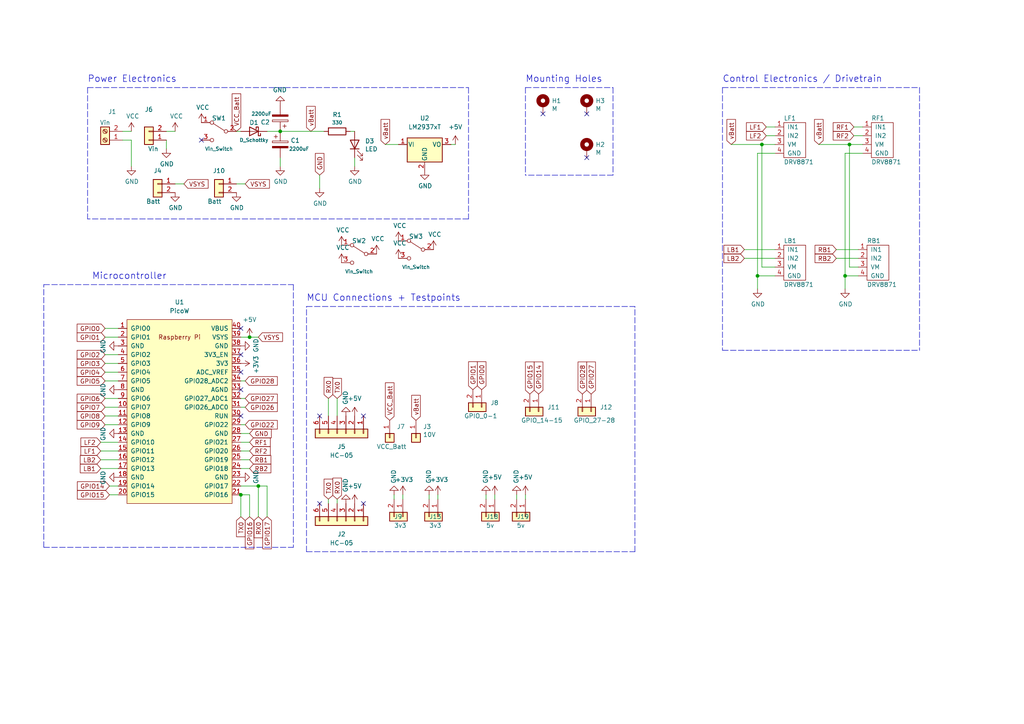
<source format=kicad_sch>
(kicad_sch (version 20211123) (generator eeschema)
  (paper "A4")
  (title_block (title "SDP23_Team5_Coaster") (date "2022-11-22") (rev "v1.0") (company "Qat") (comment 1 "Omar Areiqat") (comment 2 "Referenced from M5 Terrain Buggy"))
  (lib_symbols
    (symbol "Buggy_Components:Adafruit_DRV8871_Breakout" (pin_names (offset 1.016))
      (property "Reference" "A" (at -3.81 6.35 0))
      (property "Value" "Adafruit_DRV8871_Breakout" (at 0 -6.35 0))
      (symbol "Adafruit_DRV8871_Breakout_0_1"
        (rectangle (start -3.81 5.08) (end 2.54 -5.08))
      )
      (symbol "Adafruit_DRV8871_Breakout_1_1"
        (pin input line (at -6.35 3.81 0) (length 2.54) (name "IN1") (number "1"))
        (pin input line (at -6.35 1.27 0) (length 2.54) (name "IN2") (number "2"))
        (pin power_in line (at -6.35 -1.27 0) (length 2.54) (name "VM") (number "3"))
        (pin power_in line (at -6.35 -3.81 0) (length 2.54) (name "GND") (number "4"))
      )
    )
    (symbol "Connector:Screw_Terminal_01x02" (pin_names (offset 1.016) hide)
      (property "Reference" "J" (at 0 2.54 0))
      (property "Value" "Screw_Terminal_01x02" (at 0 -5.08 0))
      (symbol "Screw_Terminal_01x02_1_1"
        (rectangle (start -1.27 1.27) (end 1.27 -3.81) (stroke (width 0.254)) (fill (type background)))
        (circle (center 0 -2.54) (radius 0.635) (stroke (width 0.1524)))
        (polyline (pts (xy -0.5334 -2.2098) (xy 0.3302 -3.048)) (stroke (width 0.1524)))
        (polyline (pts (xy -0.5334 0.3302) (xy 0.3302 -0.508)) (stroke (width 0.1524)))
        (polyline (pts (xy -0.3556 -2.032) (xy 0.508 -2.8702)) (stroke (width 0.1524)))
        (polyline (pts (xy -0.3556 0.508) (xy 0.508 -0.3302)) (stroke (width 0.1524)))
        (circle (center 0 0) (radius 0.635) (stroke (width 0.1524)))
        (pin passive line (at -5.08 0 0) (length 3.81) (name "Pin_1") (number "1"))
        (pin passive line (at -5.08 -2.54 0) (length 3.81) (name "Pin_2") (number "2"))
      )
    )
    (symbol "Connector_Generic:Conn_01x01" (pin_names (offset 1.016) hide)
      (property "Reference" "J" (at 0 2.54 0))
      (property "Value" "Conn_01x01" (at 0 -2.54 0))
      (symbol "Conn_01x01_1_1"
        (rectangle (start -1.27 0.127) (end 0 -0.127) (stroke (width 0.1524)))
        (rectangle (start -1.27 1.27) (end 1.27 -1.27) (stroke (width 0.254)) (fill (type background)))
        (pin passive line (at -5.08 0 0) (length 3.81) (name "Pin_1") (number "1"))
      )
    )
    (symbol "Connector_Generic:Conn_01x02" (pin_names (offset 1.016) hide)
      (property "Reference" "J" (at 0 2.54 0))
      (property "Value" "Conn_01x02" (at 0 -5.08 0))
      (symbol "Conn_01x02_1_1"
        (rectangle (start -1.27 -2.413) (end 0 -2.667) (stroke (width 0.1524)))
        (rectangle (start -1.27 0.127) (end 0 -0.127) (stroke (width 0.1524)))
        (rectangle (start -1.27 1.27) (end 1.27 -3.81) (stroke (width 0.254)) (fill (type background)))
        (pin passive line (at -5.08 0 0) (length 3.81) (name "Pin_1") (number "1"))
        (pin passive line (at -5.08 -2.54 0) (length 3.81) (name "Pin_2") (number "2"))
      )
    )
    (symbol "Connector_Generic:Conn_01x06" (pin_names (offset 1.016) hide)
      (property "Reference" "J" (at 0 7.62 0))
      (property "Value" "Conn_01x06" (at 0 -10.16 0))
      (symbol "Conn_01x06_1_1"
        (rectangle (start -1.27 -7.493) (end 0 -7.747) (stroke (width 0.1524)))
        (rectangle (start -1.27 -4.953) (end 0 -5.207) (stroke (width 0.1524)))
        (rectangle (start -1.27 -2.413) (end 0 -2.667) (stroke (width 0.1524)))
        (rectangle (start -1.27 0.127) (end 0 -0.127) (stroke (width 0.1524)))
        (rectangle (start -1.27 2.667) (end 0 2.413) (stroke (width 0.1524)))
        (rectangle (start -1.27 5.207) (end 0 4.953) (stroke (width 0.1524)))
        (rectangle (start -1.27 6.35) (end 1.27 -8.89) (stroke (width 0.254)) (fill (type background)))
        (pin passive line (at -5.08 5.08 0) (length 3.81) (name "Pin_1") (number "1"))
        (pin passive line (at -5.08 2.54 0) (length 3.81) (name "Pin_2") (number "2"))
        (pin passive line (at -5.08 0 0) (length 3.81) (name "Pin_3") (number "3"))
        (pin passive line (at -5.08 -2.54 0) (length 3.81) (name "Pin_4") (number "4"))
        (pin passive line (at -5.08 -5.08 0) (length 3.81) (name "Pin_5") (number "5"))
        (pin passive line (at -5.08 -7.62 0) (length 3.81) (name "Pin_6") (number "6"))
      )
    )
    (symbol "Device:D_Schottky" (pin_numbers hide) (pin_names (offset 1.016) hide)
      (property "Reference" "D" (at 0 2.54 0))
      (property "Value" "D_Schottky" (at 0 -2.54 0))
      (symbol "D_Schottky_0_1"
        (polyline (pts (xy 1.27 0) (xy -1.27 0)))
        (polyline (pts (xy 1.27 1.27) (xy 1.27 -1.27) (xy -1.27 0) (xy 1.27 1.27)) (stroke (width 0.254)))
        (polyline (pts (xy -1.905 0.635) (xy -1.905 1.27) (xy -1.27 1.27) (xy -1.27 -1.27) (xy -0.635 -1.27) (xy -0.635 -0.635)) (stroke (width 0.254)))
      )
      (symbol "D_Schottky_1_1"
        (pin passive line (at -3.81 0 0) (length 2.54) (name "K") (number "1"))
        (pin passive line (at 3.81 0 180) (length 2.54) (name "A") (number "2"))
      )
    )
    (symbol "Device:LED" (pin_numbers hide) (pin_names (offset 1.016) hide)
      (property "Reference" "D" (at 0 2.54 0))
      (property "Value" "LED" (at 0 -2.54 0))
      (symbol "LED_0_1"
        (polyline (pts (xy -1.27 -1.27) (xy -1.27 1.27)) (stroke (width 0.254)))
        (polyline (pts (xy -1.27 0) (xy 1.27 0)))
        (polyline (pts (xy 1.27 -1.27) (xy 1.27 1.27) (xy -1.27 0) (xy 1.27 -1.27)) (stroke (width 0.254)))
        (polyline (pts (xy -3.048 -0.762) (xy -4.572 -2.286) (xy -3.81 -2.286) (xy -4.572 -2.286) (xy -4.572 -1.524)))
        (polyline (pts (xy -1.778 -0.762) (xy -3.302 -2.286) (xy -2.54 -2.286) (xy -3.302 -2.286) (xy -3.302 -1.524)))
      )
      (symbol "LED_1_1"
        (pin passive line (at -3.81 0 0) (length 2.54) (name "K") (number "1"))
        (pin passive line (at 3.81 0 180) (length 2.54) (name "A") (number "2"))
      )
    )
    (symbol "Device:R" (pin_numbers hide) (pin_names (offset 0))
      (property "Reference" "R" (at 2.032 0 90))
      (property "Value" "R" (at 0 0 90))
      (symbol "R_0_1"
        (rectangle (start -1.016 -2.54) (end 1.016 2.54) (stroke (width 0.254)))
      )
      (symbol "R_1_1"
        (pin passive line (at 0 3.81 270) (length 1.27) (name "~") (number "1"))
        (pin passive line (at 0 -3.81 90) (length 1.27) (name "~") (number "2"))
      )
    )
    (symbol "M5_BuggyProject-rescue:+3.3V-power" (power) (pin_names (offset 0))
      (property "Value" "+3.3V-power" (at 0 3.556 0))
      (symbol "+3.3V-power_0_1"
        (polyline (pts (xy -0.762 1.27) (xy 0 2.54)))
        (polyline (pts (xy 0 0) (xy 0 2.54)))
        (polyline (pts (xy 0 2.54) (xy 0.762 1.27)))
      )
      (symbol "+3.3V-power_1_1"
        (pin power_in line (at 0 0 90) (length 0) hide (name "+3V3") (number "1"))
      )
    )
    (symbol "M5_BuggyProject-rescue:CP-Device" (pin_numbers hide) (pin_names (offset 0.254))
      (property "Reference" "C" (at 0.635 2.54 0))
      (property "Value" "CP-Device" (at 0.635 -2.54 0))
      (symbol "CP-Device_0_1"
        (rectangle (start -2.286 0.508) (end 2.286 1.016))
        (polyline (pts (xy -1.778 2.286) (xy -0.762 2.286)))
        (polyline (pts (xy -1.27 2.794) (xy -1.27 1.778)))
        (rectangle (start 2.286 -0.508) (end -2.286 -1.016) (fill (type outline)))
      )
      (symbol "CP-Device_1_1"
        (pin passive line (at 0 3.81 270) (length 2.794) (name "~") (number "1"))
        (pin passive line (at 0 -3.81 90) (length 2.794) (name "~") (number "2"))
      )
    )
    (symbol "Mechanical:MountingHole_Pad" (pin_numbers hide) (pin_names (offset 1.016) hide)
      (property "Reference" "H" (at 0 6.35 0))
      (property "Value" "MountingHole_Pad" (at 0 4.445 0))
      (symbol "MountingHole_Pad_0_1"
        (circle (center 0 1.27) (radius 1.27) (stroke (width 1.27)))
      )
      (symbol "MountingHole_Pad_1_1"
        (pin input line (at 0 -2.54 90) (length 2.54) (name "1") (number "1"))
      )
    )
    (symbol "RPi_Pico:PicoW" (pin_names (offset 1.016))
      (property "Reference" "U1" (at 0 31.75 0))
      (property "Value" "PicoW" (at 0 29.21 0))
      (symbol "PicoW_0_0"
        (text "Raspberry Pi" (at 0 21.59 0) (effects (font (size 1.27 1.27))))
      )
      (symbol "PicoW_0_1"
        (rectangle (start -15.24 26.67) (end 15.24 -26.67) (fill (type background)))
      )
      (symbol "PicoW_1_1"
        (pin bidirectional line (at -17.78 24.13 0) (length 2.54) (name "GPIO0") (number "1"))
        (pin bidirectional line (at -17.78 1.27 0) (length 2.54) (name "GPIO7") (number "10"))
        (pin bidirectional line (at -17.78 -1.27 0) (length 2.54) (name "GPIO8") (number "11"))
        (pin bidirectional line (at -17.78 -3.81 0) (length 2.54) (name "GPIO9") (number "12"))
        (pin power_in line (at -17.78 -6.35 0) (length 2.54) (name "GND") (number "13"))
        (pin bidirectional line (at -17.78 -8.89 0) (length 2.54) (name "GPIO10") (number "14"))
        (pin bidirectional line (at -17.78 -11.43 0) (length 2.54) (name "GPIO11") (number "15"))
        (pin bidirectional line (at -17.78 -13.97 0) (length 2.54) (name "GPIO12") (number "16"))
        (pin bidirectional line (at -17.78 -16.51 0) (length 2.54) (name "GPIO13") (number "17"))
        (pin power_in line (at -17.78 -19.05 0) (length 2.54) (name "GND") (number "18"))
        (pin bidirectional line (at -17.78 -21.59 0) (length 2.54) (name "GPIO14") (number "19"))
        (pin bidirectional line (at -17.78 21.59 0) (length 2.54) (name "GPIO1") (number "2"))
        (pin bidirectional line (at -17.78 -24.13 0) (length 2.54) (name "GPIO15") (number "20"))
        (pin bidirectional line (at 17.78 -24.13 180) (length 2.54) (name "GPIO16") (number "21"))
        (pin bidirectional line (at 17.78 -21.59 180) (length 2.54) (name "GPIO17") (number "22"))
        (pin power_in line (at 17.78 -19.05 180) (length 2.54) (name "GND") (number "23"))
        (pin bidirectional line (at 17.78 -16.51 180) (length 2.54) (name "GPIO18") (number "24"))
        (pin bidirectional line (at 17.78 -13.97 180) (length 2.54) (name "GPIO19") (number "25"))
        (pin bidirectional line (at 17.78 -11.43 180) (length 2.54) (name "GPIO20") (number "26"))
        (pin bidirectional line (at 17.78 -8.89 180) (length 2.54) (name "GPIO21") (number "27"))
        (pin power_in line (at 17.78 -6.35 180) (length 2.54) (name "GND") (number "28"))
        (pin bidirectional line (at 17.78 -3.81 180) (length 2.54) (name "GPIO22") (number "29"))
        (pin power_in line (at -17.78 19.05 0) (length 2.54) (name "GND") (number "3"))
        (pin input line (at 17.78 -1.27 180) (length 2.54) (name "RUN") (number "30"))
        (pin bidirectional line (at 17.78 1.27 180) (length 2.54) (name "GPIO26_ADC0") (number "31"))
        (pin bidirectional line (at 17.78 3.81 180) (length 2.54) (name "GPIO27_ADC1") (number "32"))
        (pin power_in line (at 17.78 6.35 180) (length 2.54) (name "AGND") (number "33"))
        (pin bidirectional line (at 17.78 8.89 180) (length 2.54) (name "GPIO28_ADC2") (number "34"))
        (pin unspecified line (at 17.78 11.43 180) (length 2.54) (name "ADC_VREF") (number "35"))
        (pin unspecified line (at 17.78 13.97 180) (length 2.54) (name "3V3") (number "36"))
        (pin input line (at 17.78 16.51 180) (length 2.54) (name "3V3_EN") (number "37"))
        (pin bidirectional line (at 17.78 19.05 180) (length 2.54) (name "GND") (number "38"))
        (pin unspecified line (at 17.78 21.59 180) (length 2.54) (name "VSYS") (number "39"))
        (pin bidirectional line (at -17.78 16.51 0) (length 2.54) (name "GPIO2") (number "4"))
        (pin unspecified line (at 17.78 24.13 180) (length 2.54) (name "VBUS") (number "40"))
        (pin bidirectional line (at -17.78 13.97 0) (length 2.54) (name "GPIO3") (number "5"))
        (pin bidirectional line (at -17.78 11.43 0) (length 2.54) (name "GPIO4") (number "6"))
        (pin bidirectional line (at -17.78 8.89 0) (length 2.54) (name "GPIO5") (number "7"))
        (pin power_in line (at -17.78 6.35 0) (length 2.54) (name "GND") (number "8"))
        (pin bidirectional line (at -17.78 3.81 0) (length 2.54) (name "GPIO6") (number "9"))
      )
    )
    (symbol "Regulator_Linear:LM2937xT" (pin_names (offset 0.254))
      (property "Reference" "U" (at -3.81 3.175 0))
      (property "Value" "LM2937xT" (at 0 3.175 0))
      (symbol "LM2937xT_0_1"
        (rectangle (start -5.08 1.905) (end 5.08 -5.08) (stroke (width 0.254)) (fill (type background)))
      )
      (symbol "LM2937xT_1_1"
        (pin power_in line (at -7.62 0 0) (length 2.54) (name "VI") (number "1"))
        (pin power_in line (at 0 -7.62 90) (length 2.54) (name "GND") (number "2"))
        (pin power_out line (at 7.62 0 180) (length 2.54) (name "VO") (number "3"))
      )
    )
    (symbol "Switch:SW_SPDT" (pin_names (offset 0) hide)
      (property "Reference" "SW" (at 0 4.318 0))
      (property "Value" "SW_SPDT" (at 0 -5.08 0))
      (symbol "SW_SPDT_0_0"
        (circle (center -2.032 0) (radius 0.508))
        (circle (center 2.032 -2.54) (radius 0.508))
      )
      (symbol "SW_SPDT_0_1"
        (polyline (pts (xy -1.524 0.254) (xy 1.651 2.286)))
        (circle (center 2.032 2.54) (radius 0.508))
      )
      (symbol "SW_SPDT_1_1"
        (pin passive line (at 5.08 2.54 180) (length 2.54) (name "A") (number "1"))
        (pin passive line (at -5.08 0 0) (length 2.54) (name "B") (number "2"))
        (pin passive line (at 5.08 -2.54 180) (length 2.54) (name "C") (number "3"))
      )
    )
    (symbol "power:+5V" (power) (pin_names (offset 0))
      (property "Value" "+5V" (at 0 3.556 0))
      (symbol "+5V_0_1"
        (polyline (pts (xy -0.762 1.27) (xy 0 2.54)))
        (polyline (pts (xy 0 0) (xy 0 2.54)))
        (polyline (pts (xy 0 2.54) (xy 0.762 1.27)))
      )
      (symbol "+5V_1_1"
        (pin power_in line (at 0 0 90) (length 0) hide (name "+5V") (number "1"))
      )
    )
    (symbol "power:GND" (power) (pin_names (offset 0))
      (property "Value" "GND" (at 0 -3.81 0))
      (symbol "GND_0_1"
        (polyline (pts (xy 0 0) (xy 0 -1.27) (xy 1.27 -1.27) (xy 0 -2.54) (xy -1.27 -1.27) (xy 0 -1.27)))
      )
      (symbol "GND_1_1"
        (pin power_in line (at 0 0 270) (length 0) hide (name "GND") (number "1"))
      )
    )
    (symbol "power:VCC" (power) (pin_names (offset 0))
      (property "Value" "VCC" (at 0 3.81 0))
      (symbol "VCC_0_1"
        (polyline (pts (xy -0.762 1.27) (xy 0 2.54)))
        (polyline (pts (xy 0 0) (xy 0 2.54)))
        (polyline (pts (xy 0 2.54) (xy 0.762 1.27)))
      )
      (symbol "VCC_1_1"
        (pin power_in line (at 0 0 90) (length 0) hide (name "VCC") (number "1"))
      )
    )
  )
  (junction (at 220.98 41.91))
  (junction (at 74.93 140.97))
  (junction (at 219.71 80.01))
  (junction (at 81.28 38.1))
  (junction (at 72.39 97.79))
  (junction (at 245.11 80.01))
  (junction (at 69.85 143.51))
  (junction (at 246.38 41.91))
  (no_connect (at 69.85 113.03))
  (no_connect (at 170.18 45.72))
  (no_connect (at 170.18 33.02))
  (no_connect (at 92.71 120.65))
  (no_connect (at 105.41 146.05))
  (no_connect (at 58.42 40.64))
  (no_connect (at 157.48 33.02))
  (no_connect (at 105.41 120.65))
  (no_connect (at 92.71 146.05))
  (no_connect (at 69.85 107.95))
  (no_connect (at 69.85 95.25))
  (no_connect (at 69.85 120.65))
  (no_connect (at 69.85 102.87))
  (wire (pts (xy 69.85 97.79) (xy 72.39 97.79)))
  (wire (pts (xy 92.71 50.8) (xy 92.71 54.61)))
  (wire (pts (xy 29.21 135.89) (xy 34.29 135.89)))
  (wire (pts (xy 114.3 143.51) (xy 114.3 144.78)))
  (wire (pts (xy 246.38 41.91) (xy 246.38 77.47)))
  (polyline (pts (xy 25.4 25.4) (xy 25.4 63.5)))
  (wire (pts (xy 74.93 140.97) (xy 69.85 140.97)))
  (wire (pts (xy 29.21 128.27) (xy 34.29 128.27)))
  (polyline (pts (xy 177.8 25.4) (xy 177.8 50.8)))
  (wire (pts (xy 224.79 36.83) (xy 222.25 36.83)))
  (wire (pts (xy 30.48 95.25) (xy 34.29 95.25)))
  (wire (pts (xy 97.79 144.78) (xy 97.79 146.05)))
  (wire (pts (xy 72.39 130.81) (xy 69.85 130.81)))
  (wire (pts (xy 143.51 143.51) (xy 143.51 144.78)))
  (wire (pts (xy 250.19 41.91) (xy 246.38 41.91)))
  (wire (pts (xy 69.85 143.51) (xy 69.85 149.86)))
  (wire (pts (xy 35.56 38.1) (xy 38.1 38.1)))
  (wire (pts (xy 245.11 44.45) (xy 245.11 80.01)))
  (wire (pts (xy 149.86 143.51) (xy 149.86 144.78)))
  (wire (pts (xy 30.48 102.87) (xy 34.29 102.87)))
  (wire (pts (xy 68.58 53.34) (xy 71.12 53.34)))
  (wire (pts (xy 250.19 36.83) (xy 247.65 36.83)))
  (wire (pts (xy 48.26 43.18) (xy 48.26 40.64)))
  (wire (pts (xy 72.39 143.51) (xy 69.85 143.51)))
  (wire (pts (xy 242.57 72.39) (xy 248.92 72.39)))
  (polyline (pts (xy 209.55 25.4) (xy 266.7 25.4)))
  (polyline (pts (xy 135.89 63.5) (xy 25.4 63.5)))
  (wire (pts (xy 102.87 45.72) (xy 102.87 48.26)))
  (wire (pts (xy 215.9 72.39) (xy 224.79 72.39)))
  (wire (pts (xy 215.9 74.93) (xy 224.79 74.93)))
  (wire (pts (xy 72.39 125.73) (xy 69.85 125.73)))
  (polyline (pts (xy 177.8 50.8) (xy 152.4 50.8)))
  (polyline (pts (xy 152.4 25.4) (xy 152.4 50.8)))
  (wire (pts (xy 71.12 115.57) (xy 69.85 115.57)))
  (wire (pts (xy 50.8 53.34) (xy 53.34 53.34)))
  (wire (pts (xy 237.49 41.91) (xy 246.38 41.91)))
  (wire (pts (xy 72.39 149.86) (xy 72.39 143.51)))
  (wire (pts (xy 77.47 149.86) (xy 77.47 140.97)))
  (wire (pts (xy 81.28 38.1) (xy 93.98 38.1)))
  (wire (pts (xy 69.85 38.1) (xy 68.58 38.1)))
  (polyline (pts (xy 135.89 25.4) (xy 135.89 63.5)))
  (wire (pts (xy 35.56 40.64) (xy 38.1 40.64)))
  (wire (pts (xy 72.39 128.27) (xy 69.85 128.27)))
  (wire (pts (xy 71.12 110.49) (xy 69.85 110.49)))
  (wire (pts (xy 219.71 80.01) (xy 224.79 80.01)))
  (wire (pts (xy 224.79 41.91) (xy 220.98 41.91)))
  (wire (pts (xy 31.75 143.51) (xy 34.29 143.51)))
  (wire (pts (xy 124.46 143.51) (xy 124.46 144.78)))
  (wire (pts (xy 29.21 133.35) (xy 34.29 133.35)))
  (wire (pts (xy 111.76 41.91) (xy 115.57 41.91)))
  (wire (pts (xy 132.08 41.91) (xy 130.81 41.91)))
  (wire (pts (xy 77.47 140.97) (xy 74.93 140.97)))
  (wire (pts (xy 30.48 107.95) (xy 34.29 107.95)))
  (wire (pts (xy 30.48 97.79) (xy 34.29 97.79)))
  (wire (pts (xy 71.12 118.11) (xy 69.85 118.11)))
  (wire (pts (xy 30.48 115.57) (xy 34.29 115.57)))
  (wire (pts (xy 246.38 77.47) (xy 248.92 77.47)))
  (polyline (pts (xy 12.7 158.75) (xy 12.7 82.55)))
  (wire (pts (xy 74.93 149.86) (xy 74.93 140.97)))
  (wire (pts (xy 220.98 77.47) (xy 224.79 77.47)))
  (wire (pts (xy 140.97 143.51) (xy 140.97 144.78)))
  (wire (pts (xy 29.21 130.81) (xy 34.29 130.81)))
  (wire (pts (xy 38.1 40.64) (xy 38.1 48.26)))
  (wire (pts (xy 250.19 44.45) (xy 245.11 44.45)))
  (polyline (pts (xy 209.55 25.4) (xy 209.55 101.6)))
  (polyline (pts (xy 12.7 82.55) (xy 85.09 82.55)))
  (polyline (pts (xy 88.9 88.9) (xy 184.15 88.9)))
  (wire (pts (xy 72.39 135.89) (xy 69.85 135.89)))
  (wire (pts (xy 224.79 39.37) (xy 222.25 39.37)))
  (wire (pts (xy 77.47 38.1) (xy 81.28 38.1)))
  (wire (pts (xy 219.71 80.01) (xy 219.71 83.82)))
  (wire (pts (xy 116.84 143.51) (xy 116.84 144.78)))
  (wire (pts (xy 30.48 123.19) (xy 34.29 123.19)))
  (wire (pts (xy 224.79 44.45) (xy 219.71 44.45)))
  (wire (pts (xy 30.48 120.65) (xy 34.29 120.65)))
  (wire (pts (xy 71.12 123.19) (xy 69.85 123.19)))
  (polyline (pts (xy 88.9 160.02) (xy 184.15 160.02)))
  (wire (pts (xy 245.11 80.01) (xy 248.92 80.01)))
  (wire (pts (xy 31.75 140.97) (xy 34.29 140.97)))
  (polyline (pts (xy 266.7 25.4) (xy 266.7 101.6)))
  (wire (pts (xy 219.71 44.45) (xy 219.71 80.01)))
  (wire (pts (xy 250.19 39.37) (xy 247.65 39.37)))
  (wire (pts (xy 95.25 115.57) (xy 95.25 120.65)))
  (polyline (pts (xy 12.7 158.75) (xy 85.09 158.75)))
  (wire (pts (xy 30.48 118.11) (xy 34.29 118.11)))
  (wire (pts (xy 95.25 144.78) (xy 95.25 146.05)))
  (wire (pts (xy 30.48 105.41) (xy 34.29 105.41)))
  (wire (pts (xy 245.11 80.01) (xy 245.11 83.82)))
  (wire (pts (xy 212.09 41.91) (xy 220.98 41.91)))
  (polyline (pts (xy 25.4 25.4) (xy 135.89 25.4)))
  (polyline (pts (xy 85.09 82.55) (xy 85.09 158.75)))
  (wire (pts (xy 72.39 133.35) (xy 69.85 133.35)))
  (wire (pts (xy 102.87 38.1) (xy 101.6 38.1)))
  (polyline (pts (xy 209.55 101.6) (xy 266.7 101.6)))
  (wire (pts (xy 242.57 74.93) (xy 248.92 74.93)))
  (wire (pts (xy 220.98 41.91) (xy 220.98 77.47)))
  (wire (pts (xy 97.79 115.57) (xy 97.79 120.65)))
  (wire (pts (xy 127 143.51) (xy 127 144.78)))
  (wire (pts (xy 72.39 97.79) (xy 74.93 97.79)))
  (wire (pts (xy 30.48 110.49) (xy 34.29 110.49)))
  (wire (pts (xy 81.28 45.72) (xy 81.28 48.26)))
  (polyline (pts (xy 184.15 160.02) (xy 184.15 88.9)))
  (wire (pts (xy 152.4 143.51) (xy 152.4 144.78)))
  (polyline (pts (xy 88.9 160.02) (xy 88.9 88.9)))
  (wire (pts (xy 50.8 38.1) (xy 48.26 38.1)))
  (polyline (pts (xy 152.4 25.4) (xy 177.8 25.4)))
  (text "MCU Connections + Testpoints" (at 88.9 87.63 0) (effects (font (size 1.905 1.905)) (justify left bottom)))
  (text "Control Electronics / Drivetrain" (at 209.55 24.13 0) (effects (font (size 1.905 1.905)) (justify left bottom)))
  (text "Power Electronics\n" (at 25.4 24.13 0) (effects (font (size 1.905 1.905)) (justify left bottom)))
  (text "Mounting Holes" (at 152.4 24.13 0) (effects (font (size 1.905 1.905)) (justify left bottom)))
  (text "Microcontroller" (at 26.67 81.28 0) (effects (font (size 1.905 1.905)) (justify left bottom)))
  (global_label "GPIO26" (shape input) (at 71.12 118.11 0) (property "Intersheet References" "${INTERSHEET_REFS}" (effects hide)))
  (global_label "GPIO14" (shape input) (at 156.21 114.3 90) (property "Intersheet References" "${INTERSHEET_REFS}" (effects hide)))
  (global_label "vBatt" (shape input) (at 111.76 41.91 90) (property "Intersheet References" "${INTERSHEET_REFS}" (effects hide)))
  (global_label "GPIO1" (shape input) (at 30.48 97.79 180) (property "Intersheet References" "${INTERSHEET_REFS}" (effects hide)))
  (global_label "GPIO28" (shape input) (at 71.12 110.49 0) (property "Intersheet References" "${INTERSHEET_REFS}" (effects hide)))
  (global_label "TX0" (shape input) (at 95.25 144.78 90) (property "Intersheet References" "${INTERSHEET_REFS}" (effects hide)))
  (global_label "LF2" (shape input) (at 222.25 39.37 180) (property "Intersheet References" "${INTERSHEET_REFS}" (effects hide)))
  (global_label "RF2" (shape input) (at 72.39 130.81 0) (property "Intersheet References" "${INTERSHEET_REFS}" (effects hide)))
  (global_label "GPIO5" (shape input) (at 30.48 110.49 180) (property "Intersheet References" "${INTERSHEET_REFS}" (effects hide)))
  (global_label "RB1" (shape input) (at 72.39 133.35 0) (property "Intersheet References" "${INTERSHEET_REFS}" (effects hide)))
  (global_label "VSYS" (shape input) (at 74.93 97.79 0) (property "Intersheet References" "${INTERSHEET_REFS}" (effects hide)))
  (global_label "RB2" (shape input) (at 242.57 74.93 180) (property "Intersheet References" "${INTERSHEET_REFS}" (effects hide)))
  (global_label "GND" (shape input) (at 92.71 50.8 90) (property "Intersheet References" "${INTERSHEET_REFS}" (effects hide)))
  (global_label "GPIO9" (shape input) (at 30.48 123.19 180) (property "Intersheet References" "${INTERSHEET_REFS}" (effects hide)))
  (global_label "LF1" (shape input) (at 222.25 36.83 180) (property "Intersheet References" "${INTERSHEET_REFS}" (effects hide)))
  (global_label "GPIO27" (shape input) (at 171.45 114.3 90) (property "Intersheet References" "${INTERSHEET_REFS}" (effects hide)))
  (global_label "GPIO0" (shape input) (at 139.7 113.03 90) (property "Intersheet References" "${INTERSHEET_REFS}" (effects hide)))
  (global_label "GPIO4" (shape input) (at 30.48 107.95 180) (property "Intersheet References" "${INTERSHEET_REFS}" (effects hide)))
  (global_label "TX0" (shape input) (at 69.85 149.86 270) (property "Intersheet References" "${INTERSHEET_REFS}" (effects hide)))
  (global_label "RF2" (shape input) (at 247.65 39.37 180) (property "Intersheet References" "${INTERSHEET_REFS}" (effects hide)))
  (global_label "LB1" (shape input) (at 29.21 135.89 180) (property "Intersheet References" "${INTERSHEET_REFS}" (effects hide)))
  (global_label "RB1" (shape input) (at 242.57 72.39 180) (property "Intersheet References" "${INTERSHEET_REFS}" (effects hide)))
  (global_label "RX0" (shape input) (at 95.25 115.57 90) (property "Intersheet References" "${INTERSHEET_REFS}" (effects hide)))
  (global_label "GPIO27" (shape input) (at 71.12 115.57 0) (property "Intersheet References" "${INTERSHEET_REFS}" (effects hide)))
  (global_label "GPIO2" (shape input) (at 30.48 102.87 180) (property "Intersheet References" "${INTERSHEET_REFS}" (effects hide)))
  (global_label "GPIO3" (shape input) (at 30.48 105.41 180) (property "Intersheet References" "${INTERSHEET_REFS}" (effects hide)))
  (global_label "GPIO14" (shape input) (at 31.75 140.97 180) (property "Intersheet References" "${INTERSHEET_REFS}" (effects hide)))
  (global_label "LB1" (shape input) (at 215.9 72.39 180) (property "Intersheet References" "${INTERSHEET_REFS}" (effects hide)))
  (global_label "vBatt" (shape input) (at 237.49 41.91 90) (property "Intersheet References" "${INTERSHEET_REFS}" (effects hide)))
  (global_label "TX0" (shape input) (at 97.79 115.57 90) (property "Intersheet References" "${INTERSHEET_REFS}" (effects hide)))
  (global_label "LB2" (shape input) (at 215.9 74.93 180) (property "Intersheet References" "${INTERSHEET_REFS}" (effects hide)))
  (global_label "GPIO0" (shape input) (at 30.48 95.25 180) (property "Intersheet References" "${INTERSHEET_REFS}" (effects hide)))
  (global_label "RX0" (shape input) (at 74.93 149.86 270) (property "Intersheet References" "${INTERSHEET_REFS}" (effects hide)))
  (global_label "vBatt" (shape input) (at 212.09 41.91 90) (property "Intersheet References" "${INTERSHEET_REFS}" (effects hide)))
  (global_label "RB2" (shape input) (at 72.39 135.89 0) (property "Intersheet References" "${INTERSHEET_REFS}" (effects hide)))
  (global_label "GPIO17" (shape input) (at 77.47 149.86 270) (property "Intersheet References" "${INTERSHEET_REFS}" (effects hide)))
  (global_label "GPIO22" (shape input) (at 71.12 123.19 0) (property "Intersheet References" "${INTERSHEET_REFS}" (effects hide)))
  (global_label "LF1" (shape input) (at 29.21 130.81 180) (property "Intersheet References" "${INTERSHEET_REFS}" (effects hide)))
  (global_label "RF1" (shape input) (at 72.39 128.27 0) (property "Intersheet References" "${INTERSHEET_REFS}" (effects hide)))
  (global_label "VCC_Batt" (shape input) (at 113.03 121.92 90) (property "Intersheet References" "${INTERSHEET_REFS}" (effects hide)))
  (global_label "LF2" (shape input) (at 29.21 128.27 180) (property "Intersheet References" "${INTERSHEET_REFS}" (effects hide)))
  (global_label "GPIO28" (shape input) (at 168.91 114.3 90) (property "Intersheet References" "${INTERSHEET_REFS}" (effects hide)))
  (global_label "GPIO6" (shape input) (at 30.48 115.57 180) (property "Intersheet References" "${INTERSHEET_REFS}" (effects hide)))
  (global_label "GND" (shape input) (at 72.39 125.73 0) (property "Intersheet References" "${INTERSHEET_REFS}" (effects hide)))
  (global_label "vBatt" (shape input) (at 120.65 121.92 90) (property "Intersheet References" "${INTERSHEET_REFS}" (effects hide)))
  (global_label "GPIO16" (shape input) (at 72.39 149.86 270) (property "Intersheet References" "${INTERSHEET_REFS}" (effects hide)))
  (global_label "GPIO8" (shape input) (at 30.48 120.65 180) (property "Intersheet References" "${INTERSHEET_REFS}" (effects hide)))
  (global_label "GPIO7" (shape input) (at 30.48 118.11 180) (property "Intersheet References" "${INTERSHEET_REFS}" (effects hide)))
  (global_label "RX0" (shape input) (at 97.79 144.78 90) (property "Intersheet References" "${INTERSHEET_REFS}" (effects hide)))
  (global_label "vBatt" (shape input) (at 90.17 38.1 90) (property "Intersheet References" "${INTERSHEET_REFS}" (effects hide)))
  (global_label "VCC_Batt" (shape input) (at 68.58 38.1 90) (property "Intersheet References" "${INTERSHEET_REFS}" (effects hide)))
  (global_label "VSYS" (shape input) (at 71.12 53.34 0) (property "Intersheet References" "${INTERSHEET_REFS}" (effects hide)))
  (global_label "GPIO15" (shape input) (at 31.75 143.51 180) (property "Intersheet References" "${INTERSHEET_REFS}" (effects hide)))
  (global_label "GPIO15" (shape input) (at 153.67 114.3 90) (property "Intersheet References" "${INTERSHEET_REFS}" (effects hide)))
  (global_label "GPIO1" (shape input) (at 137.16 113.03 90) (property "Intersheet References" "${INTERSHEET_REFS}" (effects hide)))
  (global_label "VSYS" (shape input) (at 53.34 53.34 0) (property "Intersheet References" "${INTERSHEET_REFS}" (effects hide)))
  (global_label "RF1" (shape input) (at 247.65 36.83 180) (property "Intersheet References" "${INTERSHEET_REFS}" (effects hide)))
  (global_label "LB2" (shape input) (at 29.21 133.35 180) (property "Intersheet References" "${INTERSHEET_REFS}" (effects hide)))
  (symbol (lib_id "Buggy_Components:Adafruit_DRV8871_Breakout") (at 231.14 40.64 0) (unit 1)
    (property "Reference" "LF1" (at 227.33 34.29 0) (effects (justify left)))
    (property "Value" "DRV8871" (at 227.33 46.99 0) (effects (justify left)))
    (property "Footprint" "Connector_PinSocket_2.54mm:PinSocket_1x04_P2.54mm_Vertical" (effects hide))
  )
  (symbol (lib_id "Buggy_Components:Adafruit_DRV8871_Breakout") (at 255.27 76.2 0) (unit 1)
    (property "Reference" "RB1" (at 251.46 69.85 0) (effects (justify left)))
    (property "Value" "DRV8871" (at 251.46 82.55 0) (effects (justify left)))
    (property "Footprint" "Connector_PinSocket_2.54mm:PinSocket_1x04_P2.54mm_Vertical" (effects hide))
  )
  (symbol (lib_id "Buggy_Components:Adafruit_DRV8871_Breakout") (at 231.14 76.2 0) (unit 1)
    (property "Reference" "LB1" (at 227.33 69.85 0) (effects (justify left)))
    (property "Value" "DRV8871" (at 227.33 82.55 0) (effects (justify left)))
    (property "Footprint" "Connector_PinSocket_2.54mm:PinSocket_1x04_P2.54mm_Vertical" (effects hide))
  )
  (symbol (lib_id "power:GND") (at 219.71 83.82 0) (unit 1)
    (property "Reference" "#PWR03" (effects hide))
    (property "Value" "GND" (at 219.837 88.2142 0))
  )
  (symbol (lib_id "power:GND") (at 245.11 83.82 0) (unit 1)
    (property "Reference" "#PWR05" (effects hide))
    (property "Value" "GND" (at 245.237 88.2142 0))
  )
  (symbol (lib_id "power:GND") (at 38.1 48.26 0) (unit 1)
    (property "Reference" "#PWR02" (effects hide))
    (property "Value" "GND" (at 38.227 52.6542 0))
  )
  (symbol (lib_id "Buggy_Components:Adafruit_DRV8871_Breakout") (at 256.54 40.64 0) (unit 1)
    (property "Reference" "RF1" (at 252.73 34.29 0) (effects (justify left)))
    (property "Value" "DRV8871" (at 252.73 46.99 0) (effects (justify left)))
    (property "Footprint" "Connector_PinSocket_2.54mm:PinSocket_1x04_P2.54mm_Vertical" (effects hide))
  )
  (symbol (lib_id "M5_BuggyProject-rescue:CP-Device") (at 81.28 41.91 0) (unit 1)
    (property "Reference" "C1" (at 84.2772 40.7416 0) (effects (justify left)))
    (property "Value" "2200uF" (at 83.82 43.18 0) (effects (font (size 1.016 1.016)) (justify left)))
    (property "Footprint" "Capacitor_THT:CP_Radial_D10.0mm_P5.00mm" (effects hide))
  )
  (symbol (lib_id "Device:R") (at 97.79 38.1 270) (unit 1)
    (property "Reference" "R1" (at 97.79 33.2486 90))
    (property "Value" "330" (at 97.79 35.56 90) (effects (font (size 1.016 1.016))))
    (property "Footprint" "Resistor_THT:R_Axial_DIN0204_L3.6mm_D1.6mm_P7.62mm_Horizontal" (effects hide))
  )
  (symbol (lib_id "Device:LED") (at 102.87 41.91 90) (unit 1)
    (property "Reference" "D3" (at 105.8672 40.9194 90) (effects (justify right)))
    (property "Value" "LED" (at 105.8672 43.2308 90) (effects (justify right)))
    (property "Footprint" "LED_THT:LED_D3.0mm" (effects hide))
  )
  (symbol (lib_id "Connector:Screw_Terminal_01x02") (at 30.48 40.64 180) (unit 1)
    (property "Reference" "J1" (at 32.5628 32.385 0))
    (property "Value" "Vin" (at 30.48 35.56 0))
    (property "Footprint" "Connector_AMASS:AMASS_XT60-M_1x02_P7.20mm_Vertical" (effects hide))
  )
  (symbol (lib_id "Device:D_Schottky") (at 73.66 38.1 180) (unit 1)
    (property "Reference" "D1" (at 73.66 35.56 0))
    (property "Value" "D_Schottky" (at 73.66 40.64 0) (effects (font (size 1.016 1.016))))
    (property "Footprint" "Package_TO_SOT_THT:TO-220-2_Vertical" (effects hide))
  )
  (symbol (lib_id "power:VCC") (at 38.1 38.1 0) (unit 1)
    (property "Reference" "#PWR01" (effects hide))
    (property "Value" "VCC" (at 38.481 33.7058 0))
  )
  (symbol (lib_id "power:GND") (at 81.28 48.26 0) (unit 1)
    (property "Reference" "#PWR04" (effects hide))
    (property "Value" "GND" (at 81.407 52.6542 0))
  )
  (symbol (lib_id "power:GND") (at 102.87 48.26 0) (unit 1)
    (property "Reference" "#PWR07" (effects hide))
    (property "Value" "GND" (at 102.997 52.6542 0))
  )
  (symbol (lib_id "Mechanical:MountingHole_Pad") (at 157.48 30.48 0) (unit 1)
    (property "Reference" "H1" (at 160.02 29.2354 0) (effects (justify left)))
    (property "Value" "M" (at 160.02 31.5468 0) (effects (justify left)))
    (property "Footprint" "MountingHole:MountingHole_4.3mm_M4_Pad_Via" (effects hide))
  )
  (symbol (lib_id "Mechanical:MountingHole_Pad") (at 170.18 30.48 0) (unit 1)
    (property "Reference" "H3" (at 172.72 29.2354 0) (effects (justify left)))
    (property "Value" "M" (at 172.72 31.5468 0) (effects (justify left)))
    (property "Footprint" "MountingHole:MountingHole_4.3mm_M4_Pad_Via" (effects hide))
  )
  (symbol (lib_id "Mechanical:MountingHole_Pad") (at 170.18 43.18 0) (unit 1)
    (property "Reference" "H2" (at 172.72 41.9354 0) (effects (justify left)))
    (property "Value" "M" (at 172.72 44.2468 0) (effects (justify left)))
    (property "Footprint" "MountingHole:MountingHole_4.3mm_M4_Pad_Via" (effects hide))
  )
  (symbol (lib_id "Connector_Generic:Conn_01x01") (at 120.65 127 270) (unit 1)
    (property "Reference" "J3" (at 122.682 123.7488 90) (effects (justify left)))
    (property "Value" "10V" (at 122.682 126.0602 90) (effects (justify left)))
    (property "Footprint" "TestPoint:TestPoint_Plated_Hole_D5.0mm" (effects hide))
  )
  (symbol (lib_id "Switch:SW_SPDT") (at 63.5 38.1 0) (mirror y) (unit 1)
    (property "Reference" "SW1" (at 63.5 34.29 0))
    (property "Value" "Vin_Switch" (at 63.5 43.18 0) (effects (font (size 1.016 1.016))))
    (property "Footprint" "Buggy_Footprints:1101M2S3CQE2" (effects hide))
  )
  (symbol (lib_id "power:VCC") (at 58.42 35.56 0) (unit 1)
    (property "Reference" "#PWR0102" (effects hide))
    (property "Value" "VCC" (at 58.801 31.1658 0))
  )
  (symbol (lib_id "Connector_Generic:Conn_01x02") (at 63.5 53.34 0) (mirror y) (unit 1)
    (property "Reference" "J10" (at 63.5 49.53 0))
    (property "Value" "Batt" (at 62.23 58.42 0))
    (property "Footprint" "Connector_PinSocket_2.54mm:PinSocket_1x02_P2.54mm_Vertical" (effects hide))
  )
  (symbol (lib_id "power:VCC") (at 115.57 69.85 0) (unit 1)
    (property "Reference" "#PWR012" (effects hide))
    (property "Value" "VCC" (at 115.951 65.4558 0))
  )
  (symbol (lib_id "M5_BuggyProject-rescue:+3.3V-power") (at 116.84 143.51 0) (unit 1)
    (property "Reference" "#PWR0123" (effects hide))
    (property "Value" "+3.3V" (at 117.221 139.1158 0))
  )
  (symbol (lib_id "power:+5V") (at 152.4 143.51 0) (unit 1)
    (property "Reference" "#PWR0120" (effects hide))
    (property "Value" "+5V" (at 152.4 138.43 0))
  )
  (symbol (lib_id "Connector_Generic:Conn_01x02") (at 43.18 40.64 180) (unit 1)
    (property "Reference" "J6" (at 43.18 31.75 0))
    (property "Value" "Vin" (at 44.45 43.18 0))
    (property "Footprint" "Connector_PinSocket_2.54mm:PinSocket_1x02_P2.54mm_Vertical" (effects hide))
  )
  (symbol (lib_id "power:VCC") (at 109.22 73.66 0) (unit 1)
    (property "Reference" "#PWR011" (effects hide))
    (property "Value" "VCC" (at 109.601 69.2658 0))
  )
  (symbol (lib_id "Connector_Generic:Conn_01x02") (at 127 149.86 270) (unit 1)
    (property "Reference" "J13" (at 124.46 149.86 90) (effects (justify left)))
    (property "Value" "3v3" (at 124.46 152.4 90) (effects (justify left)))
    (property "Footprint" "Connector_PinSocket_2.54mm:PinSocket_1x02_P2.54mm_Vertical" (effects hide))
  )
  (symbol (lib_id "Connector_Generic:Conn_01x02") (at 45.72 53.34 0) (mirror y) (unit 1)
    (property "Reference" "J4" (at 45.72 49.53 0))
    (property "Value" "Batt" (at 44.45 58.42 0))
    (property "Footprint" "Connector_PinSocket_2.54mm:PinSocket_1x02_P2.54mm_Vertical" (effects hide))
  )
  (symbol (lib_id "M5_BuggyProject-rescue:+3.3V-power") (at 69.85 105.41 270) (unit 1)
    (property "Reference" "#PWR0106" (effects hide))
    (property "Value" "+3.3V" (at 74.2442 105.791 0))
  )
  (symbol (lib_id "Connector_Generic:Conn_01x02") (at 156.21 119.38 270) (unit 1)
    (property "Reference" "J11" (at 158.75 118.1099 90) (effects (justify left)))
    (property "Value" "GPIO_14-15" (at 151.13 121.92 90) (effects (justify left)))
    (property "Footprint" "Connector_PinSocket_2.54mm:PinSocket_1x02_P2.54mm_Vertical" (effects hide))
  )
  (symbol (lib_id "power:GND") (at 123.19 49.53 0) (unit 1)
    (property "Reference" "#PWR0122" (effects hide))
    (property "Value" "GND" (at 123.317 53.9242 0))
  )
  (symbol (lib_id "Connector_Generic:Conn_01x01") (at 113.03 127 270) (unit 1)
    (property "Reference" "J7" (at 115.062 123.7488 90) (effects (justify left)))
    (property "Value" "VCC_Batt" (at 109.22 129.54 90) (effects (justify left)))
    (property "Footprint" "TestPoint:TestPoint_Plated_Hole_D5.0mm" (effects hide))
  )
  (symbol (lib_id "M5_BuggyProject-rescue:CP-Device") (at 81.28 34.29 180) (unit 1)
    (property "Reference" "C2" (at 78.2828 35.4584 0) (effects (justify left)))
    (property "Value" "2200uF" (at 78.74 33.02 0) (effects (font (size 1.016 1.016)) (justify left)))
    (property "Footprint" "Capacitor_THT:CP_Radial_D10.0mm_P5.00mm" (effects hide))
  )
  (symbol (lib_id "Connector_Generic:Conn_01x02") (at 143.51 149.86 270) (unit 1)
    (property "Reference" "J18" (at 140.97 149.86 90) (effects (justify left)))
    (property "Value" "5v" (at 140.97 152.4 90) (effects (justify left)))
    (property "Footprint" "Connector_PinSocket_2.54mm:PinSocket_1x02_P2.54mm_Vertical" (effects hide))
  )
  (symbol (lib_id "power:GND") (at 100.33 120.65 180) (unit 1)
    (property "Reference" "#PWR0126" (effects hide))
    (property "Value" "GND" (at 100.203 117.3988 90) (effects (justify right)))
  )
  (symbol (lib_id "power:VCC") (at 50.8 38.1 0) (unit 1)
    (property "Reference" "#PWR0116" (effects hide))
    (property "Value" "VCC" (at 51.181 33.7058 0))
  )
  (symbol (lib_id "power:GND") (at 34.29 138.43 270) (unit 1)
    (property "Reference" "#PWR0111" (effects hide))
    (property "Value" "GND" (at 29.8958 138.557 0))
  )
  (symbol (lib_id "power:GND") (at 140.97 143.51 180) (unit 1)
    (property "Reference" "#PWR0124" (effects hide))
    (property "Value" "GND" (at 140.843 140.2588 90) (effects (justify right)))
  )
  (symbol (lib_id "Connector_Generic:Conn_01x02") (at 152.4 149.86 270) (unit 1)
    (property "Reference" "J19" (at 149.86 149.86 90) (effects (justify left)))
    (property "Value" "5v" (at 149.86 152.4 90) (effects (justify left)))
    (property "Footprint" "Connector_PinSocket_2.54mm:PinSocket_1x02_P2.54mm_Vertical" (effects hide))
  )
  (symbol (lib_id "power:+5V") (at 102.87 146.05 0) (unit 1)
    (property "Reference" "#PWR0104" (effects hide))
    (property "Value" "+5V" (at 102.87 140.97 0))
  )
  (symbol (lib_id "Connector_Generic:Conn_01x02") (at 171.45 119.38 270) (unit 1)
    (property "Reference" "J12" (at 173.99 118.1099 90) (effects (justify left)))
    (property "Value" "GPIO_27-28" (at 166.37 121.92 90) (effects (justify left)))
    (property "Footprint" "Connector_PinSocket_2.54mm:PinSocket_1x02_P2.54mm_Vertical" (effects hide))
  )
  (symbol (lib_id "power:VCC") (at 125.73 72.39 0) (unit 1)
    (property "Reference" "#PWR014" (effects hide))
    (property "Value" "VCC" (at 126.111 67.9958 0))
  )
  (symbol (lib_id "power:+5V") (at 102.87 120.65 0) (unit 1)
    (property "Reference" "#PWR0105" (effects hide))
    (property "Value" "+5V" (at 102.87 115.57 0))
  )
  (symbol (lib_id "Connector_Generic:Conn_01x06") (at 100.33 151.13 270) (unit 1)
    (property "Reference" "J2" (at 99.06 154.94 90))
    (property "Value" "HC-05" (at 99.06 157.48 90))
    (property "Footprint" "Connector_PinSocket_2.54mm:PinSocket_1x06_P2.54mm_Vertical" (effects hide))
  )
  (symbol (lib_id "power:VCC") (at 99.06 76.2 0) (unit 1)
    (property "Reference" "#PWR010" (effects hide))
    (property "Value" "VCC" (at 99.441 71.8058 0))
  )
  (symbol (lib_id "power:GND") (at 68.58 55.88 0) (unit 1)
    (property "Reference" "#PWR06" (effects hide))
    (property "Value" "GND" (at 68.707 60.2742 0))
  )
  (symbol (lib_id "power:GND") (at 124.46 143.51 180) (unit 1)
    (property "Reference" "#PWR0119" (effects hide))
    (property "Value" "GND" (at 124.333 140.2588 90) (effects (justify right)))
  )
  (symbol (lib_id "power:GND") (at 48.26 43.18 0) (unit 1)
    (property "Reference" "#PWR0115" (effects hide))
    (property "Value" "GND" (at 48.387 47.5742 0))
  )
  (symbol (lib_id "Connector_Generic:Conn_01x02") (at 116.84 149.86 270) (unit 1)
    (property "Reference" "J9" (at 114.3 149.86 90) (effects (justify left)))
    (property "Value" "3v3" (at 114.3 152.4 90) (effects (justify left)))
    (property "Footprint" "Connector_PinSocket_2.54mm:PinSocket_1x02_P2.54mm_Vertical" (effects hide))
  )
  (symbol (lib_id "Switch:SW_SPDT") (at 120.65 72.39 0) (mirror y) (unit 1)
    (property "Reference" "SW3" (at 120.65 68.58 0))
    (property "Value" "Vin_Switch" (at 120.65 77.47 0) (effects (font (size 1.016 1.016))))
    (property "Footprint" "Buggy_Footprints:omar_3pin_switch" (effects hide))
  )
  (symbol (lib_id "Regulator_Linear:LM2937xT") (at 123.19 41.91 0) (unit 1)
    (property "Reference" "U2" (at 123.19 34.29 0))
    (property "Value" "LM2937xT" (at 123.19 36.83 0))
    (property "Footprint" "Package_TO_SOT_THT:TO-220-3_Vertical" (effects hide))
    (property "Datasheet" "http://www.ti.com/lit/ds/symlink/lm2937.pdf" (effects hide))
  )
  (symbol (lib_id "power:GND") (at 34.29 125.73 270) (unit 1)
    (property "Reference" "#PWR0112" (effects hide))
    (property "Value" "GND" (at 29.8958 125.857 0))
  )
  (symbol (lib_id "power:GND") (at 50.8 55.88 0) (unit 1)
    (property "Reference" "#PWR0108" (effects hide))
    (property "Value" "GND" (at 50.927 60.2742 0))
  )
  (symbol (lib_id "power:GND") (at 114.3 143.51 180) (unit 1)
    (property "Reference" "#PWR0121" (effects hide))
    (property "Value" "GND" (at 114.173 140.2588 90) (effects (justify right)))
  )
  (symbol (lib_id "power:GND") (at 92.71 54.61 0) (unit 1)
    (property "Reference" "#PWR0109" (effects hide))
    (property "Value" "GND" (at 92.837 59.0042 0))
  )
  (symbol (lib_id "power:GND") (at 69.85 100.33 90) (unit 1)
    (property "Reference" "#PWR0101" (effects hide))
    (property "Value" "GND" (at 74.2442 100.203 0))
  )
  (symbol (lib_id "Connector_Generic:Conn_01x06") (at 100.33 125.73 270) (unit 1)
    (property "Reference" "J5" (at 99.06 129.54 90))
    (property "Value" "HC-05" (at 99.06 132.08 90))
    (property "Footprint" "Connector_PinSocket_2.54mm:PinSocket_1x06_P2.54mm_Vertical" (effects hide))
  )
  (symbol (lib_id "power:+5V") (at 132.08 41.91 0) (unit 1)
    (property "Reference" "#PWR0107" (effects hide))
    (property "Value" "+5V" (at 132.08 36.83 0))
  )
  (symbol (lib_id "power:GND") (at 81.28 30.48 180) (unit 1)
    (property "Reference" "#PWR08" (effects hide))
    (property "Value" "GND" (at 81.153 26.0858 0))
  )
  (symbol (lib_id "Connector_Generic:Conn_01x02") (at 139.7 118.11 270) (unit 1)
    (property "Reference" "J8" (at 142.24 116.8399 90) (effects (justify left)))
    (property "Value" "GPIO_0-1" (at 134.62 120.65 90) (effects (justify left)))
    (property "Footprint" "Connector_PinSocket_2.54mm:PinSocket_1x02_P2.54mm_Vertical" (effects hide))
  )
  (symbol (lib_id "power:VCC") (at 115.57 74.93 0) (unit 1)
    (property "Reference" "#PWR013" (effects hide))
    (property "Value" "VCC" (at 115.951 70.5358 0))
  )
  (symbol (lib_id "power:+5V") (at 143.51 143.51 0) (unit 1)
    (property "Reference" "#PWR0125" (effects hide))
    (property "Value" "+5V" (at 143.51 138.43 0))
  )
  (symbol (lib_id "power:+5V") (at 72.39 97.79 0) (unit 1)
    (property "Reference" "#PWR0131" (effects hide))
    (property "Value" "+5V" (at 72.39 92.71 0))
  )
  (symbol (lib_id "power:GND") (at 100.33 146.05 180) (unit 1)
    (property "Reference" "#PWR0103" (effects hide))
    (property "Value" "GND" (at 100.203 142.7988 90) (effects (justify right)))
  )
  (symbol (lib_id "M5_BuggyProject-rescue:+3.3V-power") (at 127 143.51 0) (unit 1)
    (property "Reference" "#PWR0118" (effects hide))
    (property "Value" "+3.3V" (at 127.381 139.1158 0))
  )
  (symbol (lib_id "power:GND") (at 149.86 143.51 180) (unit 1)
    (property "Reference" "#PWR0117" (effects hide))
    (property "Value" "GND" (at 149.733 140.2588 90) (effects (justify right)))
  )
  (symbol (lib_id "Switch:SW_SPDT") (at 104.14 73.66 0) (mirror y) (unit 1)
    (property "Reference" "SW2" (at 104.14 69.85 0))
    (property "Value" "Vin_Switch" (at 104.14 78.74 0) (effects (font (size 1.016 1.016))))
    (property "Footprint" "Buggy_Footprints:omar_3pin_switch" (effects hide))
  )
  (symbol (lib_id "power:GND") (at 69.85 138.43 90) (unit 1)
    (property "Reference" "#PWR0110" (effects hide))
    (property "Value" "GND" (at 74.2442 138.303 0))
  )
  (symbol (lib_id "power:VCC") (at 99.06 71.12 0) (unit 1)
    (property "Reference" "#PWR09" (effects hide))
    (property "Value" "VCC" (at 99.441 66.7258 0))
  )
  (symbol (lib_id "RPi_Pico:PicoW") (at 52.07 119.38 0) (unit 1)
    (property "Reference" "U1" (at 52.07 87.63 0))
    (property "Value" "PicoW" (at 52.07 90.17 0))
    (property "Footprint" "RPi_Pico:RPi_PicoW_SMD_TH" (effects hide))
  )
  (symbol (lib_id "power:GND") (at 34.29 113.03 270) (unit 1)
    (property "Reference" "#PWR0113" (effects hide))
    (property "Value" "GND" (at 29.8958 113.157 0))
  )
  (symbol (lib_id "power:GND") (at 34.29 100.33 270) (unit 1)
    (property "Reference" "#PWR0114" (effects hide))
    (property "Value" "GND" (at 29.8958 100.457 0))
  )
)
</source>
